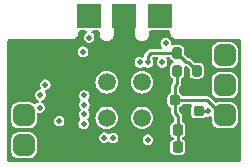
<source format=gbr>
%TF.GenerationSoftware,KiCad,Pcbnew,7.0.2-6a45011f42~172~ubuntu22.04.1*%
%TF.CreationDate,2023-05-29T23:15:52+12:00*%
%TF.ProjectId,THE_BRAWN-20A_LOGIC,5448455f-4252-4415-974e-2d3230415f4c,v2.0*%
%TF.SameCoordinates,Original*%
%TF.FileFunction,Copper,L4,Bot*%
%TF.FilePolarity,Positive*%
%FSLAX46Y46*%
G04 Gerber Fmt 4.6, Leading zero omitted, Abs format (unit mm)*
G04 Created by KiCad (PCBNEW 7.0.2-6a45011f42~172~ubuntu22.04.1) date 2023-05-29 23:15:52*
%MOMM*%
%LPD*%
G01*
G04 APERTURE LIST*
G04 Aperture macros list*
%AMRoundRect*
0 Rectangle with rounded corners*
0 $1 Rounding radius*
0 $2 $3 $4 $5 $6 $7 $8 $9 X,Y pos of 4 corners*
0 Add a 4 corners polygon primitive as box body*
4,1,4,$2,$3,$4,$5,$6,$7,$8,$9,$2,$3,0*
0 Add four circle primitives for the rounded corners*
1,1,$1+$1,$2,$3*
1,1,$1+$1,$4,$5*
1,1,$1+$1,$6,$7*
1,1,$1+$1,$8,$9*
0 Add four rect primitives between the rounded corners*
20,1,$1+$1,$2,$3,$4,$5,0*
20,1,$1+$1,$4,$5,$6,$7,0*
20,1,$1+$1,$6,$7,$8,$9,0*
20,1,$1+$1,$8,$9,$2,$3,0*%
G04 Aperture macros list end*
%TA.AperFunction,ComponentPad*%
%ADD10C,1.000000*%
%TD*%
%TA.AperFunction,ConnectorPad*%
%ADD11R,2.000000X2.000000*%
%TD*%
%TA.AperFunction,ComponentPad*%
%ADD12RoundRect,0.450000X-0.450000X-0.450000X0.450000X-0.450000X0.450000X0.450000X-0.450000X0.450000X0*%
%TD*%
%TA.AperFunction,SMDPad,CuDef*%
%ADD13C,1.500000*%
%TD*%
%TA.AperFunction,SMDPad,CuDef*%
%ADD14RoundRect,0.200000X-0.200000X-0.275000X0.200000X-0.275000X0.200000X0.275000X-0.200000X0.275000X0*%
%TD*%
%TA.AperFunction,SMDPad,CuDef*%
%ADD15RoundRect,0.225000X-0.225000X-0.250000X0.225000X-0.250000X0.225000X0.250000X-0.225000X0.250000X0*%
%TD*%
%TA.AperFunction,SMDPad,CuDef*%
%ADD16RoundRect,0.200000X0.250000X0.200000X-0.250000X0.200000X-0.250000X-0.200000X0.250000X-0.200000X0*%
%TD*%
%TA.AperFunction,ViaPad*%
%ADD17C,0.500000*%
%TD*%
%TA.AperFunction,Conductor*%
%ADD18C,0.250000*%
%TD*%
G04 APERTURE END LIST*
D10*
%TO.P,H3,1,1*%
%TO.N,GND*%
X145500000Y-152200000D03*
D11*
X145500000Y-152200000D03*
%TD*%
D10*
%TO.P,H2,1,1*%
%TO.N,/SIGNAL*%
X142500000Y-152200000D03*
D11*
X142500000Y-152200000D03*
%TD*%
D12*
%TO.P,J2,1,1*%
%TO.N,GND*%
X137000000Y-155500000D03*
%TO.P,J2,2,2*%
X137000000Y-158040000D03*
%TO.P,J2,3,3*%
%TO.N,/A_FET_N2*%
X137000000Y-160580000D03*
%TO.P,J2,4,4*%
%TO.N,/A_FET_N1*%
X137000000Y-163120000D03*
%TD*%
D10*
%TO.P,H1,1,1*%
%TO.N,/INVERT*%
X148500000Y-152200000D03*
D11*
X148500000Y-152200000D03*
%TD*%
D12*
%TO.P,J1,1,1*%
%TO.N,/A_FET_N1_HS*%
X154000000Y-155500000D03*
%TO.P,J1,2,2*%
%TO.N,/A_FET_N2_HS*%
X154000000Y-158040000D03*
%TO.P,J1,3,3*%
%TO.N,VCC*%
X154000000Y-160580000D03*
%TO.P,J1,4,4*%
%TO.N,GND*%
X154000000Y-163120000D03*
%TD*%
D13*
%TO.P,TP1,1,1*%
%TO.N,+3.3V*%
X147000000Y-160800000D03*
%TD*%
%TO.P,TP3,1,1*%
%TO.N,/SWDIO*%
X144000000Y-157800000D03*
%TD*%
D14*
%TO.P,R4,1*%
%TO.N,/V_BATT*%
X149975000Y-155300000D03*
%TO.P,R4,2*%
%TO.N,GND*%
X151625000Y-155300000D03*
%TD*%
D15*
%TO.P,C1,1*%
%TO.N,VCC*%
X150025000Y-163300000D03*
%TO.P,C1,2*%
%TO.N,GND*%
X151575000Y-163300000D03*
%TD*%
D14*
%TO.P,R3,1*%
%TO.N,VCC*%
X149975000Y-156800000D03*
%TO.P,R3,2*%
%TO.N,/V_BATT*%
X151625000Y-156800000D03*
%TD*%
D15*
%TO.P,C3,1*%
%TO.N,VCC*%
X150025000Y-161800000D03*
%TO.P,C3,2*%
%TO.N,GND*%
X151575000Y-161800000D03*
%TD*%
D13*
%TO.P,TP2,1,1*%
%TO.N,/nRST*%
X147000000Y-157800000D03*
%TD*%
D16*
%TO.P,U2,1,GND*%
%TO.N,GND*%
X151800000Y-158350000D03*
%TO.P,U2,2,VOUT*%
%TO.N,+3.3V*%
X151800000Y-160250000D03*
%TO.P,U2,3,VIN*%
%TO.N,VCC*%
X149800000Y-159300000D03*
%TD*%
D13*
%TO.P,TP4,1,1*%
%TO.N,/SWDCLK*%
X144000000Y-160800000D03*
%TD*%
D17*
%TO.N,GND*%
X136150000Y-159300000D03*
X145500000Y-160000000D03*
X152600000Y-158600000D03*
X154875000Y-161850000D03*
X154875000Y-159300000D03*
X137822216Y-161851125D03*
X153075000Y-156775000D03*
X137875000Y-159325000D03*
X137850000Y-156775000D03*
X144850000Y-153500000D03*
X148700000Y-161300000D03*
X149150000Y-153650000D03*
X142300000Y-156100000D03*
X153125000Y-161850000D03*
X142350000Y-157500000D03*
X152300000Y-163300000D03*
X154900000Y-156754538D03*
X139650000Y-157750000D03*
X146150000Y-153500000D03*
X147850000Y-153649502D03*
X140375500Y-163150500D03*
X152200000Y-161800000D03*
X146000000Y-162400000D03*
X143124500Y-153649502D03*
X152300000Y-155000000D03*
X148400000Y-157500000D03*
X136150000Y-156775000D03*
X138600000Y-155200000D03*
X141850000Y-153649502D03*
X136150000Y-161850000D03*
%TO.N,+3.3V*%
X147000000Y-160800000D03*
X152550000Y-160250000D03*
%TO.N,/SIGNAL*%
X142519435Y-154000498D03*
X147500000Y-162650000D03*
%TO.N,/LED_GREEN*%
X148700000Y-156100000D03*
X143800864Y-162472567D03*
X138799500Y-157982621D03*
%TO.N,/nRST*%
X147000000Y-157800000D03*
%TO.N,/A_FET_N1*%
X142100000Y-159700000D03*
X138343800Y-159925500D03*
%TO.N,/A_FET_N1_HS*%
X142100000Y-158900000D03*
%TO.N,/LED_RED*%
X142000498Y-155193502D03*
X138396298Y-158858575D03*
X144550000Y-162500000D03*
%TO.N,/V_BATT*%
X147505452Y-156100004D03*
%TO.N,/SWDIO*%
X144000000Y-157800000D03*
%TO.N,/SWDCLK*%
X139974500Y-161074500D03*
X144000000Y-160800000D03*
%TO.N,/A_FET_N2_HS*%
X142075000Y-161300000D03*
%TO.N,/A_FET_N2*%
X142100000Y-160500000D03*
%TO.N,/INVERT*%
X148999500Y-154494000D03*
X146805950Y-156099502D03*
%TD*%
D18*
%TO.N,VCC*%
X150050000Y-161775000D02*
X150025000Y-161800000D01*
X149800000Y-158100000D02*
X149975000Y-157925000D01*
X154200000Y-160580000D02*
X153791827Y-160580000D01*
X149800000Y-159300000D02*
X149800000Y-160375000D01*
X150050000Y-160625000D02*
X150050000Y-161775000D01*
X149800000Y-160375000D02*
X150050000Y-160625000D01*
X152511827Y-159300000D02*
X149800000Y-159300000D01*
X150025000Y-161800000D02*
X150025000Y-163300000D01*
X149800000Y-159300000D02*
X149800000Y-158100000D01*
X153791827Y-160580000D02*
X152511827Y-159300000D01*
X149975000Y-157925000D02*
X149975000Y-156800000D01*
%TO.N,+3.3V*%
X152550000Y-160250000D02*
X151800000Y-160250000D01*
%TO.N,/A_FET_N1*%
X142113173Y-159700000D02*
X142100000Y-159700000D01*
%TO.N,/V_BATT*%
X147505452Y-155544548D02*
X147750000Y-155300000D01*
X147750000Y-155300000D02*
X149975000Y-155300000D01*
X150750000Y-156075000D02*
X149975000Y-155300000D01*
X150900000Y-156075000D02*
X150750000Y-156075000D01*
X151625000Y-156800000D02*
X150900000Y-156075000D01*
X147505452Y-156100004D02*
X147505452Y-155544548D01*
%TO.N,/A_FET_N2*%
X137080000Y-160500000D02*
X137000000Y-160580000D01*
%TD*%
%TA.AperFunction,Conductor*%
%TO.N,GND*%
G36*
X146342539Y-151320185D02*
G01*
X146388294Y-151372989D01*
X146399500Y-151424500D01*
X146399500Y-153767660D01*
X146429610Y-153899587D01*
X146472135Y-153987888D01*
X146488325Y-154021507D01*
X146572695Y-154127305D01*
X146678493Y-154211675D01*
X146753787Y-154247935D01*
X146800412Y-154270389D01*
X146932339Y-154300500D01*
X146932340Y-154300500D01*
X147067661Y-154300500D01*
X147133623Y-154285444D01*
X147199588Y-154270389D01*
X147321507Y-154211675D01*
X147427305Y-154127305D01*
X147511675Y-154021507D01*
X147570389Y-153899588D01*
X147600500Y-153767660D01*
X147600500Y-153700000D01*
X147600500Y-153673071D01*
X147600500Y-153524499D01*
X147620185Y-153457461D01*
X147672989Y-153411706D01*
X147724500Y-153400500D01*
X149275500Y-153400500D01*
X149342539Y-153420185D01*
X149388294Y-153472989D01*
X149399500Y-153524500D01*
X149399500Y-153617660D01*
X149429610Y-153749587D01*
X149488324Y-153871505D01*
X149488325Y-153871507D01*
X149572695Y-153977305D01*
X149678493Y-154061675D01*
X149800411Y-154120389D01*
X149800412Y-154120389D01*
X149932339Y-154150500D01*
X149932340Y-154150500D01*
X149984083Y-154150500D01*
X155275500Y-154150500D01*
X155342539Y-154170185D01*
X155388294Y-154222989D01*
X155399500Y-154274500D01*
X155399500Y-164375500D01*
X155379815Y-164442539D01*
X155327011Y-164488294D01*
X155275500Y-164499500D01*
X135724500Y-164499500D01*
X135657461Y-164479815D01*
X135611706Y-164427011D01*
X135600500Y-164375500D01*
X135600500Y-163635694D01*
X135899500Y-163635694D01*
X135899690Y-163638114D01*
X135899691Y-163638128D01*
X135902402Y-163672572D01*
X135948255Y-163830397D01*
X135948256Y-163830398D01*
X136031919Y-163971865D01*
X136148135Y-164088081D01*
X136289601Y-164171744D01*
X136289602Y-164171744D01*
X136447427Y-164217597D01*
X136447431Y-164217598D01*
X136484306Y-164220500D01*
X136486751Y-164220500D01*
X137513249Y-164220500D01*
X137515694Y-164220500D01*
X137552569Y-164217598D01*
X137710398Y-164171744D01*
X137851865Y-164088081D01*
X137968081Y-163971865D01*
X138051744Y-163830398D01*
X138097598Y-163672569D01*
X138100500Y-163635694D01*
X138100500Y-162604306D01*
X138097598Y-162567431D01*
X138090990Y-162544688D01*
X138070037Y-162472567D01*
X143345731Y-162472567D01*
X143364166Y-162600793D01*
X143417982Y-162718631D01*
X143485698Y-162796780D01*
X143502815Y-162816534D01*
X143531504Y-162834971D01*
X143611795Y-162886572D01*
X143736091Y-162923067D01*
X143736092Y-162923067D01*
X143865637Y-162923067D01*
X143957605Y-162896063D01*
X143989933Y-162886571D01*
X144091557Y-162821261D01*
X144158590Y-162801578D01*
X144225630Y-162821262D01*
X144251497Y-162843675D01*
X144360931Y-162914005D01*
X144485227Y-162950500D01*
X144485228Y-162950500D01*
X144614773Y-162950500D01*
X144739068Y-162914005D01*
X144781754Y-162886572D01*
X144848049Y-162843967D01*
X144932882Y-162746063D01*
X144976753Y-162650000D01*
X147044867Y-162650000D01*
X147063302Y-162778226D01*
X147117118Y-162896064D01*
X147164287Y-162950500D01*
X147201951Y-162993967D01*
X147230640Y-163012404D01*
X147310931Y-163064005D01*
X147435227Y-163100500D01*
X147435228Y-163100500D01*
X147564773Y-163100500D01*
X147689068Y-163064005D01*
X147717758Y-163045566D01*
X147798049Y-162993967D01*
X147882882Y-162896063D01*
X147936697Y-162778226D01*
X147955133Y-162650000D01*
X147936697Y-162521774D01*
X147916958Y-162478553D01*
X147882881Y-162403935D01*
X147798049Y-162306033D01*
X147689068Y-162235994D01*
X147564773Y-162199500D01*
X147564772Y-162199500D01*
X147435228Y-162199500D01*
X147435227Y-162199500D01*
X147310931Y-162235994D01*
X147201950Y-162306033D01*
X147117118Y-162403935D01*
X147063302Y-162521773D01*
X147044867Y-162650000D01*
X144976753Y-162650000D01*
X144986697Y-162628226D01*
X145005133Y-162500000D01*
X144986697Y-162371774D01*
X144932882Y-162253937D01*
X144932881Y-162253936D01*
X144932881Y-162253935D01*
X144848049Y-162156033D01*
X144739068Y-162085994D01*
X144614773Y-162049500D01*
X144614772Y-162049500D01*
X144485228Y-162049500D01*
X144485227Y-162049500D01*
X144360932Y-162085994D01*
X144259309Y-162151303D01*
X144192269Y-162170987D01*
X144125230Y-162151302D01*
X144099372Y-162128895D01*
X143989932Y-162058561D01*
X143865637Y-162022067D01*
X143865636Y-162022067D01*
X143736092Y-162022067D01*
X143736091Y-162022067D01*
X143611795Y-162058561D01*
X143502814Y-162128600D01*
X143417982Y-162226502D01*
X143364166Y-162344340D01*
X143345731Y-162472567D01*
X138070037Y-162472567D01*
X138051744Y-162409602D01*
X138013148Y-162344340D01*
X137968081Y-162268135D01*
X137851865Y-162151919D01*
X137850822Y-162151302D01*
X137710397Y-162068255D01*
X137552572Y-162022402D01*
X137518128Y-162019691D01*
X137518114Y-162019690D01*
X137515694Y-162019500D01*
X136484306Y-162019500D01*
X136481886Y-162019690D01*
X136481871Y-162019691D01*
X136447427Y-162022402D01*
X136289602Y-162068255D01*
X136148134Y-162151919D01*
X136031919Y-162268134D01*
X135948255Y-162409602D01*
X135902402Y-162567427D01*
X135899691Y-162601871D01*
X135899690Y-162601886D01*
X135899500Y-162604306D01*
X135899500Y-163635694D01*
X135600500Y-163635694D01*
X135600500Y-161095694D01*
X135899500Y-161095694D01*
X135899690Y-161098114D01*
X135899691Y-161098128D01*
X135902402Y-161132572D01*
X135948255Y-161290397D01*
X135966095Y-161320563D01*
X136031919Y-161431865D01*
X136148135Y-161548081D01*
X136226010Y-161594136D01*
X136289602Y-161631744D01*
X136447427Y-161677597D01*
X136447431Y-161677598D01*
X136484306Y-161680500D01*
X136486751Y-161680500D01*
X137513249Y-161680500D01*
X137515694Y-161680500D01*
X137552569Y-161677598D01*
X137710398Y-161631744D01*
X137851865Y-161548081D01*
X137968081Y-161431865D01*
X138051744Y-161290398D01*
X138097598Y-161132569D01*
X138100500Y-161095694D01*
X138100500Y-161074500D01*
X139519367Y-161074500D01*
X139537802Y-161202726D01*
X139591618Y-161320564D01*
X139676450Y-161418466D01*
X139676451Y-161418467D01*
X139697299Y-161431865D01*
X139785431Y-161488505D01*
X139909727Y-161525000D01*
X139909728Y-161525000D01*
X140039273Y-161525000D01*
X140163568Y-161488505D01*
X140192258Y-161470066D01*
X140272549Y-161418467D01*
X140357382Y-161320563D01*
X140366773Y-161300000D01*
X141619867Y-161300000D01*
X141638302Y-161428226D01*
X141692118Y-161546064D01*
X141766360Y-161631744D01*
X141776951Y-161643967D01*
X141805640Y-161662404D01*
X141885931Y-161714005D01*
X142010227Y-161750500D01*
X142010228Y-161750500D01*
X142139773Y-161750500D01*
X142264068Y-161714005D01*
X142316501Y-161680308D01*
X142373049Y-161643967D01*
X142457882Y-161546063D01*
X142511697Y-161428226D01*
X142530133Y-161300000D01*
X142511697Y-161171774D01*
X142508832Y-161165501D01*
X142457881Y-161053935D01*
X142407358Y-160995628D01*
X142378333Y-160932073D01*
X142388277Y-160862914D01*
X142407358Y-160833224D01*
X142436146Y-160800000D01*
X143044901Y-160800000D01*
X143063253Y-160986332D01*
X143117603Y-161165500D01*
X143200486Y-161320563D01*
X143205864Y-161330625D01*
X143324643Y-161475357D01*
X143469375Y-161594136D01*
X143634499Y-161682396D01*
X143813669Y-161736747D01*
X144000000Y-161755099D01*
X144186331Y-161736747D01*
X144365501Y-161682396D01*
X144530625Y-161594136D01*
X144675357Y-161475357D01*
X144794136Y-161330625D01*
X144882396Y-161165501D01*
X144936747Y-160986331D01*
X144955099Y-160800000D01*
X146044901Y-160800000D01*
X146063253Y-160986332D01*
X146117603Y-161165500D01*
X146200486Y-161320563D01*
X146205864Y-161330625D01*
X146324643Y-161475357D01*
X146469375Y-161594136D01*
X146634499Y-161682396D01*
X146813669Y-161736747D01*
X147000000Y-161755099D01*
X147186331Y-161736747D01*
X147365501Y-161682396D01*
X147530625Y-161594136D01*
X147675357Y-161475357D01*
X147794136Y-161330625D01*
X147882396Y-161165501D01*
X147936747Y-160986331D01*
X147955099Y-160800000D01*
X147936747Y-160613669D01*
X147882396Y-160434499D01*
X147794136Y-160269375D01*
X147675357Y-160124643D01*
X147530625Y-160005864D01*
X147530624Y-160005863D01*
X147365500Y-159917603D01*
X147186332Y-159863253D01*
X147093165Y-159854077D01*
X147000000Y-159844901D01*
X146999999Y-159844901D01*
X146813667Y-159863253D01*
X146634499Y-159917603D01*
X146469375Y-160005863D01*
X146324643Y-160124643D01*
X146205863Y-160269375D01*
X146117603Y-160434499D01*
X146063253Y-160613667D01*
X146044901Y-160800000D01*
X144955099Y-160800000D01*
X144936747Y-160613669D01*
X144882396Y-160434499D01*
X144794136Y-160269375D01*
X144675357Y-160124643D01*
X144530625Y-160005864D01*
X144530624Y-160005863D01*
X144365500Y-159917603D01*
X144186332Y-159863253D01*
X144000000Y-159844901D01*
X143813667Y-159863253D01*
X143634499Y-159917603D01*
X143469375Y-160005863D01*
X143324643Y-160124643D01*
X143205863Y-160269375D01*
X143117603Y-160434499D01*
X143063253Y-160613667D01*
X143044901Y-160800000D01*
X142436146Y-160800000D01*
X142482881Y-160746064D01*
X142482880Y-160746064D01*
X142482882Y-160746063D01*
X142536697Y-160628226D01*
X142555133Y-160500000D01*
X142538018Y-160380963D01*
X142536697Y-160371773D01*
X142482881Y-160253935D01*
X142419858Y-160181202D01*
X142390833Y-160117647D01*
X142400777Y-160048488D01*
X142419858Y-160018798D01*
X142482881Y-159946064D01*
X142482880Y-159946064D01*
X142482882Y-159946063D01*
X142536697Y-159828226D01*
X142555133Y-159700000D01*
X142536697Y-159571774D01*
X142518312Y-159531518D01*
X142482881Y-159453935D01*
X142419858Y-159381202D01*
X142390833Y-159317647D01*
X142400777Y-159248488D01*
X142419858Y-159218798D01*
X142482881Y-159146064D01*
X142482880Y-159146064D01*
X142482882Y-159146063D01*
X142536697Y-159028226D01*
X142555133Y-158900000D01*
X142536697Y-158771774D01*
X142529081Y-158755098D01*
X142482881Y-158653935D01*
X142398049Y-158556033D01*
X142289068Y-158485994D01*
X142164773Y-158449500D01*
X142164772Y-158449500D01*
X142035228Y-158449500D01*
X142035227Y-158449500D01*
X141910931Y-158485994D01*
X141801950Y-158556033D01*
X141717118Y-158653935D01*
X141663302Y-158771773D01*
X141644867Y-158900000D01*
X141663302Y-159028226D01*
X141717118Y-159146064D01*
X141780141Y-159218797D01*
X141809166Y-159282353D01*
X141799222Y-159351511D01*
X141780142Y-159381200D01*
X141717118Y-159453935D01*
X141663302Y-159571773D01*
X141644867Y-159700000D01*
X141663302Y-159828226D01*
X141717118Y-159946064D01*
X141780141Y-160018797D01*
X141809166Y-160082353D01*
X141799222Y-160151511D01*
X141780142Y-160181200D01*
X141717118Y-160253935D01*
X141663302Y-160371773D01*
X141644867Y-160500000D01*
X141663302Y-160628226D01*
X141717117Y-160746062D01*
X141767642Y-160804372D01*
X141796666Y-160867928D01*
X141786722Y-160937087D01*
X141767642Y-160966776D01*
X141692117Y-161053937D01*
X141638302Y-161171773D01*
X141619867Y-161300000D01*
X140366773Y-161300000D01*
X140411197Y-161202726D01*
X140429633Y-161074500D01*
X140411197Y-160946274D01*
X140407001Y-160937087D01*
X140357381Y-160828435D01*
X140272549Y-160730533D01*
X140163568Y-160660494D01*
X140039273Y-160624000D01*
X140039272Y-160624000D01*
X139909728Y-160624000D01*
X139909727Y-160624000D01*
X139785431Y-160660494D01*
X139676450Y-160730533D01*
X139591618Y-160828435D01*
X139537802Y-160946273D01*
X139519367Y-161074500D01*
X138100500Y-161074500D01*
X138100500Y-160489223D01*
X138120185Y-160422185D01*
X138172989Y-160376430D01*
X138242147Y-160366486D01*
X138259433Y-160370246D01*
X138279028Y-160376000D01*
X138408573Y-160376000D01*
X138532868Y-160339505D01*
X138587101Y-160304651D01*
X138641849Y-160269467D01*
X138726682Y-160171563D01*
X138780497Y-160053726D01*
X138798933Y-159925500D01*
X138780497Y-159797274D01*
X138766738Y-159767147D01*
X138726681Y-159679435D01*
X138641849Y-159581533D01*
X138522577Y-159504881D01*
X138476822Y-159452077D01*
X138466879Y-159382918D01*
X138495904Y-159319363D01*
X138554683Y-159281589D01*
X138554684Y-159281588D01*
X138585367Y-159272579D01*
X138694347Y-159202542D01*
X138779180Y-159104638D01*
X138832995Y-158986801D01*
X138851431Y-158858575D01*
X138832995Y-158730349D01*
X138825690Y-158714354D01*
X138776450Y-158606535D01*
X138766506Y-158537377D01*
X138795530Y-158473821D01*
X138854308Y-158436046D01*
X138854311Y-158436045D01*
X138864269Y-158433121D01*
X138864272Y-158433121D01*
X138988569Y-158396625D01*
X139097549Y-158326588D01*
X139182382Y-158228684D01*
X139236197Y-158110847D01*
X139254633Y-157982621D01*
X139236197Y-157854395D01*
X139211355Y-157800000D01*
X143044901Y-157800000D01*
X143050258Y-157854394D01*
X143063253Y-157986332D01*
X143117603Y-158165500D01*
X143203706Y-158326587D01*
X143205864Y-158330625D01*
X143324643Y-158475357D01*
X143469375Y-158594136D01*
X143634499Y-158682396D01*
X143813669Y-158736747D01*
X144000000Y-158755099D01*
X144186331Y-158736747D01*
X144365501Y-158682396D01*
X144530625Y-158594136D01*
X144675357Y-158475357D01*
X144794136Y-158330625D01*
X144882396Y-158165501D01*
X144936747Y-157986331D01*
X144955099Y-157800000D01*
X146044901Y-157800000D01*
X146063253Y-157986332D01*
X146117603Y-158165500D01*
X146203706Y-158326587D01*
X146205864Y-158330625D01*
X146324643Y-158475357D01*
X146469375Y-158594136D01*
X146634499Y-158682396D01*
X146813669Y-158736747D01*
X147000000Y-158755099D01*
X147186331Y-158736747D01*
X147365501Y-158682396D01*
X147530625Y-158594136D01*
X147675357Y-158475357D01*
X147794136Y-158330625D01*
X147882396Y-158165501D01*
X147936747Y-157986331D01*
X147955099Y-157800000D01*
X147936747Y-157613669D01*
X147882396Y-157434499D01*
X147794136Y-157269375D01*
X147675357Y-157124643D01*
X147530625Y-157005864D01*
X147530624Y-157005863D01*
X147365500Y-156917603D01*
X147186332Y-156863253D01*
X147000000Y-156844901D01*
X146813667Y-156863253D01*
X146634499Y-156917603D01*
X146469375Y-157005863D01*
X146324643Y-157124643D01*
X146205863Y-157269375D01*
X146117603Y-157434499D01*
X146063253Y-157613667D01*
X146044901Y-157800000D01*
X144955099Y-157800000D01*
X144936747Y-157613669D01*
X144882396Y-157434499D01*
X144794136Y-157269375D01*
X144675357Y-157124643D01*
X144530625Y-157005864D01*
X144530624Y-157005863D01*
X144365500Y-156917603D01*
X144186332Y-156863253D01*
X144000000Y-156844901D01*
X143813667Y-156863253D01*
X143634499Y-156917603D01*
X143469375Y-157005863D01*
X143324643Y-157124643D01*
X143205863Y-157269375D01*
X143117603Y-157434499D01*
X143063253Y-157613667D01*
X143045869Y-157790173D01*
X143044901Y-157800000D01*
X139211355Y-157800000D01*
X139182381Y-157736556D01*
X139097549Y-157638654D01*
X138988568Y-157568615D01*
X138864273Y-157532121D01*
X138864272Y-157532121D01*
X138734728Y-157532121D01*
X138734727Y-157532121D01*
X138610431Y-157568615D01*
X138501450Y-157638654D01*
X138416618Y-157736556D01*
X138362802Y-157854394D01*
X138344367Y-157982621D01*
X138362802Y-158110847D01*
X138419347Y-158234660D01*
X138429291Y-158303818D01*
X138400266Y-158367374D01*
X138341489Y-158405149D01*
X138341487Y-158405149D01*
X138207230Y-158444569D01*
X138098248Y-158514608D01*
X138013416Y-158612510D01*
X137959600Y-158730348D01*
X137941165Y-158858575D01*
X137959600Y-158986801D01*
X138013416Y-159104639D01*
X138098247Y-159202541D01*
X138217520Y-159279193D01*
X138263275Y-159331997D01*
X138273218Y-159401155D01*
X138244193Y-159464711D01*
X138185416Y-159502485D01*
X138154731Y-159511495D01*
X138045751Y-159581532D01*
X138028853Y-159601035D01*
X137970075Y-159638809D01*
X137900205Y-159638809D01*
X137866121Y-159618585D01*
X137865348Y-159619893D01*
X137710397Y-159528255D01*
X137552572Y-159482402D01*
X137518128Y-159479691D01*
X137518114Y-159479690D01*
X137515694Y-159479500D01*
X136484306Y-159479500D01*
X136481886Y-159479690D01*
X136481871Y-159479691D01*
X136447427Y-159482402D01*
X136289602Y-159528255D01*
X136148134Y-159611919D01*
X136031919Y-159728134D01*
X135948255Y-159869602D01*
X135902402Y-160027427D01*
X135899691Y-160061871D01*
X135899690Y-160061886D01*
X135899500Y-160064306D01*
X135899500Y-161095694D01*
X135600500Y-161095694D01*
X135600500Y-156099502D01*
X146350817Y-156099502D01*
X146369252Y-156227728D01*
X146423068Y-156345566D01*
X146506029Y-156441309D01*
X146507901Y-156443469D01*
X146533291Y-156459786D01*
X146616881Y-156513507D01*
X146741177Y-156550002D01*
X146741178Y-156550002D01*
X146870723Y-156550002D01*
X146995018Y-156513507D01*
X147078609Y-156459786D01*
X147088271Y-156453576D01*
X147155309Y-156433892D01*
X147222349Y-156453576D01*
X147222350Y-156453577D01*
X147316383Y-156514009D01*
X147440679Y-156550504D01*
X147440680Y-156550504D01*
X147570225Y-156550504D01*
X147694520Y-156514009D01*
X147726466Y-156493478D01*
X147803501Y-156443971D01*
X147888334Y-156346067D01*
X147942149Y-156228230D01*
X147960585Y-156100004D01*
X147942149Y-155971778D01*
X147942147Y-155971774D01*
X147917571Y-155917961D01*
X147888334Y-155853941D01*
X147868197Y-155830701D01*
X147839173Y-155767145D01*
X147849117Y-155697987D01*
X147894873Y-155645184D01*
X147961911Y-155625500D01*
X148243537Y-155625500D01*
X148310576Y-155645185D01*
X148356331Y-155697989D01*
X148366275Y-155767147D01*
X148337251Y-155830702D01*
X148317117Y-155853937D01*
X148263302Y-155971773D01*
X148244867Y-156100000D01*
X148263302Y-156228226D01*
X148317118Y-156346064D01*
X148401519Y-156443469D01*
X148401951Y-156443967D01*
X148426566Y-156459786D01*
X148510931Y-156514005D01*
X148635227Y-156550500D01*
X148635228Y-156550500D01*
X148764773Y-156550500D01*
X148889068Y-156514005D01*
X148921008Y-156493478D01*
X148998049Y-156443967D01*
X149082882Y-156346063D01*
X149136697Y-156228226D01*
X149155133Y-156100000D01*
X149136698Y-155971778D01*
X149136697Y-155971773D01*
X149082882Y-155853937D01*
X149062749Y-155830702D01*
X149033725Y-155767146D01*
X149043669Y-155697987D01*
X149089425Y-155645184D01*
X149156463Y-155625500D01*
X149275253Y-155625500D01*
X149342292Y-155645185D01*
X149385738Y-155693206D01*
X149389353Y-155700302D01*
X149389354Y-155700304D01*
X149393627Y-155708690D01*
X149446949Y-155813342D01*
X149536656Y-155903049D01*
X149608224Y-155939515D01*
X149659020Y-155987490D01*
X149675815Y-156055311D01*
X149653278Y-156121446D01*
X149608224Y-156160485D01*
X149536656Y-156196950D01*
X149446950Y-156286656D01*
X149389353Y-156399697D01*
X149374500Y-156493478D01*
X149374500Y-157106514D01*
X149374501Y-157106518D01*
X149389354Y-157200304D01*
X149389354Y-157200305D01*
X149389355Y-157200306D01*
X149446949Y-157313342D01*
X149536657Y-157403050D01*
X149581794Y-157426048D01*
X149632590Y-157474022D01*
X149649500Y-157536533D01*
X149649500Y-157738811D01*
X149629815Y-157805850D01*
X149613184Y-157826488D01*
X149585279Y-157854394D01*
X149583719Y-157855954D01*
X149575747Y-157863258D01*
X149546808Y-157887541D01*
X149527915Y-157920264D01*
X149522105Y-157929382D01*
X149499831Y-157961192D01*
X149489597Y-157985899D01*
X149482852Y-158024148D01*
X149480512Y-158034704D01*
X149470735Y-158071191D01*
X149474028Y-158108817D01*
X149474500Y-158119626D01*
X149474500Y-158612990D01*
X149454815Y-158680029D01*
X149406795Y-158723475D01*
X149311656Y-158771950D01*
X149221950Y-158861656D01*
X149164353Y-158974697D01*
X149149500Y-159068478D01*
X149149500Y-159531514D01*
X149149501Y-159531518D01*
X149164354Y-159625304D01*
X149164354Y-159625305D01*
X149164355Y-159625306D01*
X149221949Y-159738342D01*
X149311657Y-159828050D01*
X149363040Y-159854230D01*
X149406794Y-159876524D01*
X149457590Y-159924498D01*
X149474500Y-159987009D01*
X149474500Y-160355372D01*
X149474028Y-160366180D01*
X149470735Y-160403807D01*
X149480512Y-160440296D01*
X149482853Y-160450852D01*
X149489599Y-160489107D01*
X149499830Y-160513805D01*
X149522104Y-160545616D01*
X149527914Y-160554735D01*
X149546806Y-160587455D01*
X149575735Y-160611730D01*
X149583710Y-160619037D01*
X149636216Y-160671543D01*
X149688181Y-160723507D01*
X149721666Y-160784830D01*
X149724500Y-160811189D01*
X149724500Y-161034931D01*
X149704815Y-161101970D01*
X149656795Y-161145416D01*
X149546778Y-161201472D01*
X149451472Y-161296778D01*
X149390280Y-161416875D01*
X149374500Y-161516509D01*
X149374500Y-162083490D01*
X149390280Y-162183124D01*
X149451472Y-162303221D01*
X149546779Y-162398528D01*
X149599965Y-162425627D01*
X149627220Y-162439514D01*
X149678016Y-162487488D01*
X149694812Y-162555309D01*
X149672275Y-162621444D01*
X149627222Y-162660483D01*
X149546779Y-162701471D01*
X149451472Y-162796778D01*
X149390280Y-162916875D01*
X149374500Y-163016509D01*
X149374500Y-163583490D01*
X149390280Y-163683124D01*
X149451472Y-163803221D01*
X149546778Y-163898527D01*
X149546780Y-163898528D01*
X149666874Y-163959719D01*
X149700086Y-163964979D01*
X149766510Y-163975500D01*
X149766512Y-163975500D01*
X150283490Y-163975500D01*
X150333306Y-163967609D01*
X150383126Y-163959719D01*
X150503220Y-163898528D01*
X150598528Y-163803220D01*
X150659719Y-163683126D01*
X150675500Y-163583488D01*
X150675500Y-163016512D01*
X150671929Y-162993967D01*
X150659719Y-162916875D01*
X150659719Y-162916874D01*
X150598528Y-162796780D01*
X150598527Y-162796778D01*
X150503221Y-162701472D01*
X150422778Y-162660484D01*
X150371982Y-162612509D01*
X150355187Y-162544688D01*
X150377725Y-162478553D01*
X150422776Y-162439515D01*
X150503220Y-162398528D01*
X150598528Y-162303220D01*
X150659719Y-162183126D01*
X150675500Y-162083488D01*
X150675500Y-161516512D01*
X150659719Y-161416874D01*
X150598528Y-161296780D01*
X150598527Y-161296778D01*
X150503220Y-161201471D01*
X150443206Y-161170893D01*
X150392409Y-161122919D01*
X150375500Y-161060408D01*
X150375500Y-160644615D01*
X150375972Y-160633807D01*
X150379263Y-160596193D01*
X150369486Y-160559706D01*
X150367145Y-160549143D01*
X150360402Y-160510901D01*
X150350169Y-160486195D01*
X150327894Y-160454382D01*
X150322083Y-160445261D01*
X150303194Y-160412545D01*
X150274266Y-160388272D01*
X150266289Y-160380963D01*
X150161818Y-160276491D01*
X150128334Y-160215168D01*
X150125500Y-160188810D01*
X150125500Y-159987010D01*
X150145185Y-159919971D01*
X150193205Y-159876525D01*
X150206792Y-159869602D01*
X150288342Y-159828050D01*
X150378050Y-159738342D01*
X150393536Y-159707950D01*
X150401049Y-159693205D01*
X150449024Y-159642409D01*
X150511534Y-159625500D01*
X151114452Y-159625500D01*
X151181491Y-159645185D01*
X151227246Y-159697989D01*
X151237190Y-159767147D01*
X151224937Y-159805795D01*
X151164353Y-159924697D01*
X151149500Y-160018478D01*
X151149500Y-160481514D01*
X151152428Y-160500000D01*
X151164354Y-160575304D01*
X151164354Y-160575305D01*
X151164355Y-160575306D01*
X151221949Y-160688342D01*
X151311656Y-160778049D01*
X151311658Y-160778050D01*
X151424696Y-160835646D01*
X151518481Y-160850500D01*
X152081518Y-160850499D01*
X152175304Y-160835646D01*
X152288342Y-160778050D01*
X152340956Y-160725435D01*
X152402277Y-160691952D01*
X152463570Y-160694141D01*
X152485227Y-160700500D01*
X152485228Y-160700500D01*
X152614773Y-160700500D01*
X152740566Y-160663565D01*
X152810436Y-160663565D01*
X152869214Y-160701340D01*
X152898238Y-160764896D01*
X152899500Y-160782541D01*
X152899500Y-161095694D01*
X152899690Y-161098114D01*
X152899691Y-161098128D01*
X152902402Y-161132572D01*
X152948255Y-161290397D01*
X152966095Y-161320563D01*
X153031919Y-161431865D01*
X153148135Y-161548081D01*
X153226010Y-161594136D01*
X153289602Y-161631744D01*
X153447427Y-161677597D01*
X153447431Y-161677598D01*
X153484306Y-161680500D01*
X153486751Y-161680500D01*
X154513249Y-161680500D01*
X154515694Y-161680500D01*
X154552569Y-161677598D01*
X154710398Y-161631744D01*
X154851865Y-161548081D01*
X154968081Y-161431865D01*
X155051744Y-161290398D01*
X155097598Y-161132569D01*
X155100500Y-161095694D01*
X155100500Y-160064306D01*
X155097598Y-160027431D01*
X155073958Y-159946064D01*
X155051744Y-159869602D01*
X155010286Y-159799500D01*
X154968081Y-159728135D01*
X154851865Y-159611919D01*
X154800483Y-159581532D01*
X154710397Y-159528255D01*
X154552572Y-159482402D01*
X154518128Y-159479691D01*
X154518114Y-159479690D01*
X154515694Y-159479500D01*
X153484306Y-159479500D01*
X153481886Y-159479690D01*
X153481871Y-159479691D01*
X153447427Y-159482402D01*
X153290910Y-159527875D01*
X153221041Y-159527676D01*
X153168634Y-159496480D01*
X152755870Y-159083717D01*
X152748561Y-159075741D01*
X152724281Y-159046805D01*
X152691563Y-159027915D01*
X152682454Y-159022112D01*
X152651511Y-159000446D01*
X152650630Y-158999829D01*
X152625934Y-158989599D01*
X152587679Y-158982853D01*
X152577123Y-158980512D01*
X152540634Y-158970735D01*
X152503007Y-158974028D01*
X152492199Y-158974500D01*
X150511534Y-158974500D01*
X150444495Y-158954815D01*
X150401049Y-158906795D01*
X150378049Y-158861656D01*
X150288342Y-158771949D01*
X150193204Y-158723473D01*
X150142409Y-158675499D01*
X150125500Y-158612989D01*
X150125500Y-158555694D01*
X152899500Y-158555694D01*
X152899690Y-158558114D01*
X152899691Y-158558128D01*
X152902402Y-158592572D01*
X152948255Y-158750397D01*
X153014055Y-158861658D01*
X153031919Y-158891865D01*
X153148135Y-159008081D01*
X153213614Y-159046805D01*
X153289602Y-159091744D01*
X153447427Y-159137597D01*
X153447431Y-159137598D01*
X153484306Y-159140500D01*
X153486751Y-159140500D01*
X154513249Y-159140500D01*
X154515694Y-159140500D01*
X154552569Y-159137598D01*
X154710398Y-159091744D01*
X154851865Y-159008081D01*
X154968081Y-158891865D01*
X155051744Y-158750398D01*
X155097598Y-158592569D01*
X155100500Y-158555694D01*
X155100500Y-157524306D01*
X155097598Y-157487431D01*
X155094131Y-157475499D01*
X155051744Y-157329602D01*
X154975279Y-157200306D01*
X154968081Y-157188135D01*
X154851865Y-157071919D01*
X154740170Y-157005863D01*
X154710397Y-156988255D01*
X154552572Y-156942402D01*
X154518128Y-156939691D01*
X154518114Y-156939690D01*
X154515694Y-156939500D01*
X153484306Y-156939500D01*
X153481886Y-156939690D01*
X153481871Y-156939691D01*
X153447427Y-156942402D01*
X153289602Y-156988255D01*
X153148134Y-157071919D01*
X153031919Y-157188134D01*
X152948255Y-157329602D01*
X152902402Y-157487427D01*
X152899691Y-157521871D01*
X152899690Y-157521886D01*
X152899500Y-157524306D01*
X152899500Y-158555694D01*
X150125500Y-158555694D01*
X150125500Y-158286188D01*
X150145185Y-158219149D01*
X150161812Y-158198513D01*
X150191305Y-158169020D01*
X150199248Y-158161742D01*
X150228194Y-158137455D01*
X150247082Y-158104738D01*
X150252881Y-158095635D01*
X150274554Y-158064684D01*
X150274554Y-158064682D01*
X150275173Y-158063799D01*
X150285398Y-158039112D01*
X150285585Y-158038049D01*
X150285588Y-158038045D01*
X150292150Y-158000822D01*
X150294479Y-157990316D01*
X150304263Y-157953807D01*
X150300972Y-157916187D01*
X150300500Y-157905380D01*
X150300500Y-157536533D01*
X150320185Y-157469494D01*
X150368206Y-157426048D01*
X150413342Y-157403050D01*
X150503049Y-157313343D01*
X150525452Y-157269375D01*
X150560646Y-157200304D01*
X150575500Y-157106519D01*
X150575499Y-156526824D01*
X150595183Y-156459786D01*
X150647987Y-156414031D01*
X150699439Y-156406632D01*
X150699399Y-156406171D01*
X150707482Y-156405463D01*
X150707521Y-156405470D01*
X150717146Y-156404087D01*
X150731599Y-156407052D01*
X150742319Y-156409925D01*
X150741674Y-156412331D01*
X150775983Y-156419223D01*
X150805983Y-156441309D01*
X150988181Y-156623507D01*
X151021666Y-156684830D01*
X151024500Y-156711188D01*
X151024500Y-157106514D01*
X151024501Y-157106518D01*
X151039354Y-157200304D01*
X151039354Y-157200305D01*
X151039355Y-157200306D01*
X151096949Y-157313342D01*
X151186656Y-157403049D01*
X151186658Y-157403050D01*
X151299696Y-157460646D01*
X151393481Y-157475500D01*
X151856518Y-157475499D01*
X151950304Y-157460646D01*
X152063342Y-157403050D01*
X152153050Y-157313342D01*
X152210646Y-157200304D01*
X152225500Y-157106519D01*
X152225499Y-156493482D01*
X152210646Y-156399696D01*
X152157358Y-156295112D01*
X152153050Y-156286657D01*
X152063343Y-156196950D01*
X151950302Y-156139353D01*
X151856521Y-156124500D01*
X151856519Y-156124500D01*
X151461188Y-156124500D01*
X151394149Y-156104815D01*
X151373507Y-156088181D01*
X151301020Y-156015694D01*
X152899500Y-156015694D01*
X152899690Y-156018114D01*
X152899691Y-156018128D01*
X152902402Y-156052572D01*
X152948255Y-156210397D01*
X153017920Y-156328194D01*
X153031919Y-156351865D01*
X153148135Y-156468081D01*
X153247466Y-156526825D01*
X153289602Y-156551744D01*
X153447427Y-156597597D01*
X153447431Y-156597598D01*
X153484306Y-156600500D01*
X153486751Y-156600500D01*
X154513249Y-156600500D01*
X154515694Y-156600500D01*
X154552569Y-156597598D01*
X154710398Y-156551744D01*
X154851865Y-156468081D01*
X154968081Y-156351865D01*
X155051744Y-156210398D01*
X155097598Y-156052569D01*
X155100500Y-156015694D01*
X155100500Y-154984306D01*
X155097598Y-154947431D01*
X155096746Y-154944500D01*
X155051744Y-154789602D01*
X154968080Y-154648134D01*
X154851865Y-154531919D01*
X154710397Y-154448255D01*
X154552572Y-154402402D01*
X154518128Y-154399691D01*
X154518114Y-154399690D01*
X154515694Y-154399500D01*
X153484306Y-154399500D01*
X153481886Y-154399690D01*
X153481871Y-154399691D01*
X153447427Y-154402402D01*
X153289602Y-154448255D01*
X153148134Y-154531919D01*
X153031919Y-154648134D01*
X152948255Y-154789602D01*
X152902402Y-154947427D01*
X152899691Y-154981871D01*
X152899690Y-154981886D01*
X152899500Y-154984306D01*
X152899500Y-156015694D01*
X151301020Y-156015694D01*
X151144043Y-155858717D01*
X151136734Y-155850741D01*
X151112455Y-155821806D01*
X151112454Y-155821805D01*
X151079736Y-155802915D01*
X151070627Y-155797112D01*
X151039684Y-155775446D01*
X151038803Y-155774829D01*
X151014107Y-155764599D01*
X150975852Y-155757853D01*
X150965296Y-155755512D01*
X150907688Y-155740077D01*
X150908333Y-155737669D01*
X150874002Y-155730769D01*
X150844016Y-155708690D01*
X150611818Y-155476491D01*
X150578333Y-155415168D01*
X150575499Y-155388810D01*
X150575499Y-154993485D01*
X150574854Y-154989412D01*
X150560646Y-154899696D01*
X150526588Y-154832854D01*
X150503050Y-154786657D01*
X150413343Y-154696950D01*
X150300302Y-154639353D01*
X150206521Y-154624500D01*
X149743485Y-154624500D01*
X149702736Y-154630953D01*
X149649696Y-154639354D01*
X149649694Y-154639354D01*
X149649694Y-154639355D01*
X149629724Y-154649530D01*
X149561054Y-154662425D01*
X149496314Y-154636147D01*
X149456058Y-154579040D01*
X149450693Y-154521400D01*
X149454633Y-154494000D01*
X149436197Y-154365774D01*
X149426465Y-154344465D01*
X149382381Y-154247935D01*
X149297549Y-154150033D01*
X149188568Y-154079994D01*
X149064273Y-154043500D01*
X149064272Y-154043500D01*
X148934728Y-154043500D01*
X148934727Y-154043500D01*
X148810431Y-154079994D01*
X148701450Y-154150033D01*
X148616618Y-154247935D01*
X148562802Y-154365773D01*
X148544367Y-154494000D01*
X148562802Y-154622226D01*
X148616617Y-154740062D01*
X148641950Y-154769298D01*
X148670974Y-154832854D01*
X148661030Y-154902013D01*
X148615274Y-154954816D01*
X148548236Y-154974500D01*
X147769619Y-154974500D01*
X147758812Y-154974028D01*
X147756298Y-154973808D01*
X147721191Y-154970736D01*
X147684710Y-154980511D01*
X147674155Y-154982852D01*
X147662814Y-154984851D01*
X147636955Y-154989412D01*
X147636953Y-154989412D01*
X147635897Y-154989599D01*
X147611192Y-154999831D01*
X147579380Y-155022106D01*
X147570264Y-155027914D01*
X147537545Y-155046805D01*
X147513262Y-155075744D01*
X147505956Y-155083716D01*
X147289166Y-155300506D01*
X147281193Y-155307812D01*
X147252258Y-155332092D01*
X147233366Y-155364812D01*
X147227558Y-155373928D01*
X147205283Y-155405741D01*
X147195049Y-155430447D01*
X147188304Y-155468696D01*
X147185964Y-155479252D01*
X147176187Y-155515739D01*
X147179480Y-155553365D01*
X147179952Y-155564174D01*
X147179952Y-155577257D01*
X147160267Y-155644296D01*
X147107463Y-155690051D01*
X147038305Y-155699995D01*
X147012202Y-155690259D01*
X147012126Y-155690520D01*
X146870723Y-155649002D01*
X146870722Y-155649002D01*
X146741178Y-155649002D01*
X146741177Y-155649002D01*
X146616881Y-155685496D01*
X146507900Y-155755535D01*
X146423068Y-155853437D01*
X146369252Y-155971275D01*
X146350817Y-156099502D01*
X135600500Y-156099502D01*
X135600500Y-155193502D01*
X141545365Y-155193502D01*
X141563800Y-155321728D01*
X141617616Y-155439566D01*
X141652004Y-155479252D01*
X141702449Y-155537469D01*
X141727184Y-155553365D01*
X141811429Y-155607507D01*
X141935725Y-155644002D01*
X141935726Y-155644002D01*
X142065271Y-155644002D01*
X142189566Y-155607507D01*
X142236635Y-155577257D01*
X142298547Y-155537469D01*
X142383380Y-155439565D01*
X142437195Y-155321728D01*
X142455631Y-155193502D01*
X142437195Y-155065276D01*
X142428759Y-155046805D01*
X142383379Y-154947437D01*
X142298547Y-154849535D01*
X142189566Y-154779496D01*
X142065271Y-154743002D01*
X142065270Y-154743002D01*
X141935726Y-154743002D01*
X141935725Y-154743002D01*
X141811429Y-154779496D01*
X141702448Y-154849535D01*
X141617616Y-154947437D01*
X141563800Y-155065275D01*
X141545365Y-155193502D01*
X135600500Y-155193502D01*
X135600500Y-154274500D01*
X135620185Y-154207461D01*
X135672989Y-154161706D01*
X135724500Y-154150500D01*
X141067661Y-154150500D01*
X141169286Y-154127305D01*
X141199588Y-154120389D01*
X141321507Y-154061675D01*
X141427305Y-153977305D01*
X141511675Y-153871507D01*
X141570389Y-153749588D01*
X141600500Y-153617660D01*
X141600500Y-153550000D01*
X141600500Y-153524500D01*
X141620185Y-153457461D01*
X141672989Y-153411706D01*
X141724500Y-153400500D01*
X142197473Y-153400500D01*
X142264512Y-153420185D01*
X142310267Y-153472989D01*
X142320211Y-153542147D01*
X142291186Y-153605703D01*
X142264513Y-153628815D01*
X142221385Y-153656531D01*
X142136553Y-153754433D01*
X142082737Y-153872271D01*
X142064302Y-154000498D01*
X142082737Y-154128724D01*
X142136553Y-154246562D01*
X142221385Y-154344464D01*
X142221386Y-154344465D01*
X142250075Y-154362902D01*
X142330366Y-154414503D01*
X142454662Y-154450998D01*
X142454663Y-154450998D01*
X142584208Y-154450998D01*
X142708503Y-154414503D01*
X142784326Y-154365774D01*
X142817484Y-154344465D01*
X142902317Y-154246561D01*
X142956132Y-154128724D01*
X142974568Y-154000498D01*
X142956132Y-153872272D01*
X142937963Y-153832489D01*
X142902316Y-153754433D01*
X142817484Y-153656531D01*
X142774357Y-153628815D01*
X142728602Y-153576011D01*
X142718659Y-153506852D01*
X142747684Y-153443297D01*
X142806463Y-153405523D01*
X142841397Y-153400500D01*
X143275500Y-153400500D01*
X143342539Y-153420185D01*
X143388294Y-153472989D01*
X143399500Y-153524500D01*
X143399500Y-153767660D01*
X143429610Y-153899587D01*
X143472135Y-153987888D01*
X143488325Y-154021507D01*
X143572695Y-154127305D01*
X143678493Y-154211675D01*
X143753787Y-154247935D01*
X143800412Y-154270389D01*
X143932339Y-154300500D01*
X143932340Y-154300500D01*
X144067661Y-154300500D01*
X144133623Y-154285444D01*
X144199588Y-154270389D01*
X144321507Y-154211675D01*
X144427305Y-154127305D01*
X144511675Y-154021507D01*
X144570389Y-153899588D01*
X144600500Y-153767660D01*
X144600500Y-153700000D01*
X144600500Y-153673071D01*
X144600500Y-153673070D01*
X144600500Y-151424499D01*
X144620185Y-151357461D01*
X144672989Y-151311706D01*
X144724500Y-151300500D01*
X146275500Y-151300500D01*
X146342539Y-151320185D01*
G37*
%TD.AperFunction*%
%TD*%
M02*

</source>
